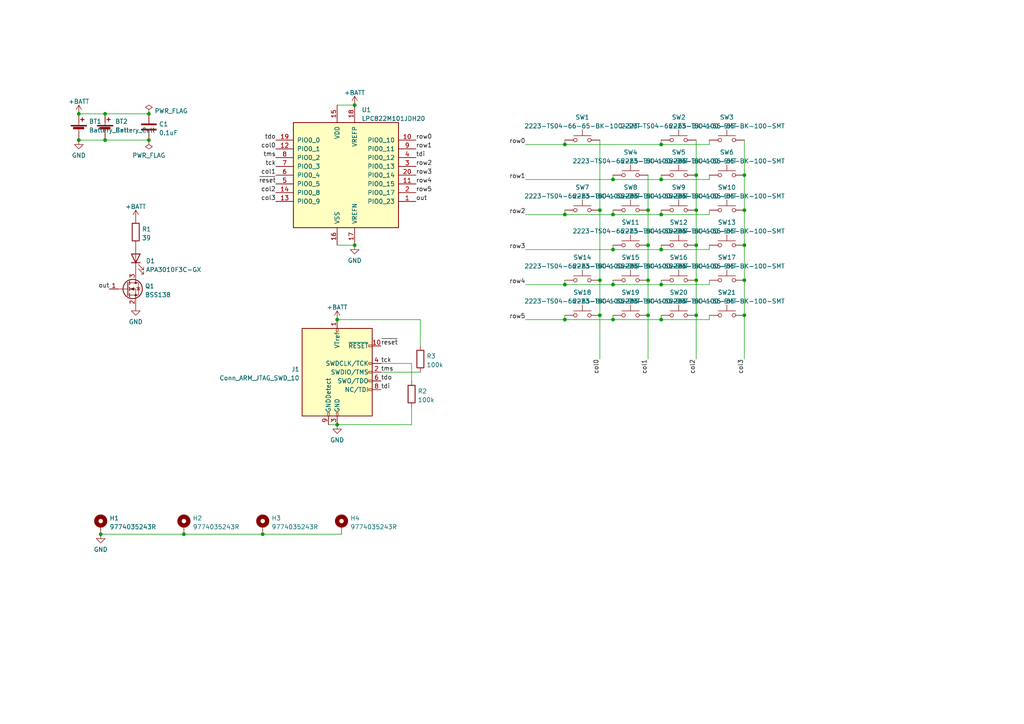
<source format=kicad_sch>
(kicad_sch (version 20211123) (generator eeschema)
  (paper "A4")
  (lib_symbols
    (symbol "Connector:Conn_ARM_JTAG_SWD_10" (pin_names (offset 1.016))
      (property "Reference" "J" (at -2.54 16.51 0))
      (property "Value" "Conn_ARM_JTAG_SWD_10" (at -2.54 13.97 0))
      (symbol "Conn_ARM_JTAG_SWD_10_0_1"
        (rectangle (start -10.16 12.7) (end 10.16 -12.7) (stroke (width 0.254)) (fill (type background)))
        (rectangle (start -2.794 -12.7) (end -2.286 -11.684))
        (rectangle (start -0.254 -12.7) (end 0.254 -11.684))
        (rectangle (start -0.254 12.7) (end 0.254 11.684))
        (rectangle (start 9.144 2.286) (end 10.16 2.794))
        (rectangle (start 10.16 -2.794) (end 9.144 -2.286))
        (rectangle (start 10.16 -0.254) (end 9.144 0.254))
        (rectangle (start 10.16 7.874) (end 9.144 7.366))
      )
      (symbol "Conn_ARM_JTAG_SWD_10_1_1"
        (rectangle (start 9.144 -5.334) (end 10.16 -4.826))
        (pin power_in line (at 0 15.24 270) (length 2.54) (name "VTref") (number "1"))
        (pin open_collector line (at 12.7 7.62 180) (length 2.54) (name "~{RESET}") (number "10"))
        (pin bidirectional line (at 12.7 0 180) (length 2.54) (name "SWDIO/TMS") (number "2"))
        (pin power_in line (at 0 -15.24 90) (length 2.54) (name "GND") (number "3"))
        (pin output line (at 12.7 2.54 180) (length 2.54) (name "SWDCLK/TCK") (number "4"))
        (pin passive line (at 0 -15.24 90) (length 2.54) hide (name "GND") (number "5"))
        (pin input line (at 12.7 -2.54 180) (length 2.54) (name "SWO/TDO") (number "6"))
        (pin no_connect line (at -10.16 0 0) (length 2.54) hide (name "KEY") (number "7"))
        (pin output line (at 12.7 -5.08 180) (length 2.54) (name "NC/TDI") (number "8"))
        (pin passive line (at -2.54 -15.24 90) (length 2.54) (name "GNDDetect") (number "9"))
      )
    )
    (symbol "Device:Battery_Cell" (pin_numbers hide) (pin_names (offset 0) hide)
      (property "Reference" "BT" (at 2.54 2.54 0))
      (property "Value" "Battery_Cell" (at 2.54 0 0))
      (symbol "Battery_Cell_0_1"
        (rectangle (start -2.286 1.778) (end 2.286 1.524) (fill (type outline)))
        (rectangle (start -1.5748 1.1938) (end 1.4732 0.6858) (fill (type outline)))
        (polyline (pts (xy 0 0.762) (xy 0 0)))
        (polyline (pts (xy 0 1.778) (xy 0 2.54)))
        (polyline (pts (xy 0.508 3.429) (xy 1.524 3.429)) (stroke (width 0.254)))
        (polyline (pts (xy 1.016 3.937) (xy 1.016 2.921)) (stroke (width 0.254)))
      )
      (symbol "Battery_Cell_1_1"
        (pin passive line (at 0 5.08 270) (length 2.54) (name "+") (number "1"))
        (pin passive line (at 0 -2.54 90) (length 2.54) (name "-") (number "2"))
      )
    )
    (symbol "Device:C" (pin_numbers hide) (pin_names (offset 0.254))
      (property "Reference" "C" (at 0.635 2.54 0))
      (property "Value" "C" (at 0.635 -2.54 0))
      (symbol "C_0_1"
        (polyline (pts (xy -2.032 -0.762) (xy 2.032 -0.762)) (stroke (width 0.508)))
        (polyline (pts (xy -2.032 0.762) (xy 2.032 0.762)) (stroke (width 0.508)))
      )
      (symbol "C_1_1"
        (pin passive line (at 0 3.81 270) (length 2.794) (name "~") (number "1"))
        (pin passive line (at 0 -3.81 90) (length 2.794) (name "~") (number "2"))
      )
    )
    (symbol "Device:LED" (pin_numbers hide) (pin_names (offset 1.016) hide)
      (property "Reference" "D" (at 0 2.54 0))
      (property "Value" "LED" (at 0 -2.54 0))
      (symbol "LED_0_1"
        (polyline (pts (xy -1.27 -1.27) (xy -1.27 1.27)) (stroke (width 0.254)))
        (polyline (pts (xy -1.27 0) (xy 1.27 0)))
        (polyline (pts (xy 1.27 -1.27) (xy 1.27 1.27) (xy -1.27 0) (xy 1.27 -1.27)) (stroke (width 0.254)))
        (polyline (pts (xy -3.048 -0.762) (xy -4.572 -2.286) (xy -3.81 -2.286) (xy -4.572 -2.286) (xy -4.572 -1.524)))
        (polyline (pts (xy -1.778 -0.762) (xy -3.302 -2.286) (xy -2.54 -2.286) (xy -3.302 -2.286) (xy -3.302 -1.524)))
      )
      (symbol "LED_1_1"
        (pin passive line (at -3.81 0 0) (length 2.54) (name "K") (number "1"))
        (pin passive line (at 3.81 0 180) (length 2.54) (name "A") (number "2"))
      )
    )
    (symbol "Device:R" (pin_numbers hide) (pin_names (offset 0))
      (property "Reference" "R" (at 2.032 0 90))
      (property "Value" "R" (at 0 0 90))
      (symbol "R_0_1"
        (rectangle (start -1.016 -2.54) (end 1.016 2.54) (stroke (width 0.254)))
      )
      (symbol "R_1_1"
        (pin passive line (at 0 3.81 270) (length 1.27) (name "~") (number "1"))
        (pin passive line (at 0 -3.81 90) (length 1.27) (name "~") (number "2"))
      )
    )
    (symbol "MCU_NXP_LPC:LPC822M101JDH20" (pin_names (offset 1.016))
      (property "Reference" "U" (at -11.43 16.51 0))
      (property "Value" "LPC822M101JDH20" (at 21.59 16.51 0))
      (symbol "LPC822M101JDH20_0_1"
        (rectangle (start -15.24 15.24) (end 15.24 -15.24) (stroke (width 0.254)) (fill (type background)))
      )
      (symbol "LPC822M101JDH20_1_1"
        (pin bidirectional line (at 20.32 -7.62 180) (length 5.08) (name "PIO0_23") (number "1"))
        (pin bidirectional line (at 20.32 10.16 180) (length 5.08) (name "PIO0_10") (number "10"))
        (pin bidirectional line (at 20.32 -2.54 180) (length 5.08) (name "PIO0_15") (number "11"))
        (pin bidirectional line (at -20.32 7.62 0) (length 5.08) (name "PIO0_1") (number "12"))
        (pin bidirectional line (at -20.32 -7.62 0) (length 5.08) (name "PIO0_9") (number "13"))
        (pin bidirectional line (at -20.32 -5.08 0) (length 5.08) (name "PIO0_8") (number "14"))
        (pin power_in line (at -2.54 20.32 270) (length 5.08) (name "VDD") (number "15"))
        (pin power_in line (at -2.54 -20.32 90) (length 5.08) (name "VSS") (number "16"))
        (pin power_in line (at 2.54 -20.32 90) (length 5.08) (name "VREFN") (number "17"))
        (pin power_in line (at 2.54 20.32 270) (length 5.08) (name "VREFP") (number "18"))
        (pin bidirectional line (at -20.32 10.16 0) (length 5.08) (name "PIO0_0") (number "19"))
        (pin bidirectional line (at 20.32 -5.08 180) (length 5.08) (name "PIO0_17") (number "2"))
        (pin bidirectional line (at 20.32 0 180) (length 5.08) (name "PIO0_14") (number "20"))
        (pin bidirectional line (at 20.32 2.54 180) (length 5.08) (name "PIO0_13") (number "3"))
        (pin bidirectional line (at 20.32 5.08 180) (length 5.08) (name "PIO0_12") (number "4"))
        (pin bidirectional line (at -20.32 -2.54 0) (length 5.08) (name "PIO0_5") (number "5"))
        (pin bidirectional line (at -20.32 0 0) (length 5.08) (name "PIO0_4") (number "6"))
        (pin bidirectional line (at -20.32 2.54 0) (length 5.08) (name "PIO0_3") (number "7"))
        (pin bidirectional line (at -20.32 5.08 0) (length 5.08) (name "PIO0_2") (number "8"))
        (pin bidirectional line (at 20.32 7.62 180) (length 5.08) (name "PIO0_11") (number "9"))
      )
    )
    (symbol "Mechanical:MountingHole_Pad" (pin_numbers hide) (pin_names (offset 1.016) hide)
      (property "Reference" "H" (at 0 6.35 0))
      (property "Value" "MountingHole_Pad" (at 0 4.445 0))
      (symbol "MountingHole_Pad_0_1"
        (circle (center 0 1.27) (radius 1.27) (stroke (width 1.27)))
      )
      (symbol "MountingHole_Pad_1_1"
        (pin input line (at 0 -2.54 90) (length 2.54) (name "1") (number "1"))
      )
    )
    (symbol "Switch:SW_Push" (pin_numbers hide) (pin_names (offset 1.016) hide)
      (property "Reference" "SW" (at 1.27 2.54 0))
      (property "Value" "SW_Push" (at 0 -1.524 0))
      (symbol "SW_Push_0_1"
        (circle (center -2.032 0) (radius 0.508))
        (polyline (pts (xy 0 1.27) (xy 0 3.048)))
        (polyline (pts (xy 2.54 1.27) (xy -2.54 1.27)))
        (circle (center 2.032 0) (radius 0.508))
        (pin passive line (at -5.08 0 0) (length 2.54) (name "1") (number "1"))
        (pin passive line (at 5.08 0 180) (length 2.54) (name "2") (number "2"))
      )
    )
    (symbol "Transistor_FET:BSS138" (pin_names hide)
      (property "Reference" "Q" (at 5.08 1.905 0))
      (property "Value" "BSS138" (at 5.08 0 0))
      (symbol "BSS138_0_1"
        (polyline (pts (xy 0.254 0) (xy -2.54 0)))
        (polyline (pts (xy 0.254 1.905) (xy 0.254 -1.905)) (stroke (width 0.254)))
        (polyline (pts (xy 0.762 -1.27) (xy 0.762 -2.286)) (stroke (width 0.254)))
        (polyline (pts (xy 0.762 0.508) (xy 0.762 -0.508)) (stroke (width 0.254)))
        (polyline (pts (xy 0.762 2.286) (xy 0.762 1.27)) (stroke (width 0.254)))
        (polyline (pts (xy 2.54 2.54) (xy 2.54 1.778)))
        (polyline (pts (xy 2.54 -2.54) (xy 2.54 0) (xy 0.762 0)))
        (polyline (pts (xy 0.762 -1.778) (xy 3.302 -1.778) (xy 3.302 1.778) (xy 0.762 1.778)))
        (polyline (pts (xy 1.016 0) (xy 2.032 0.381) (xy 2.032 -0.381) (xy 1.016 0)) (fill (type outline)))
        (polyline (pts (xy 2.794 0.508) (xy 2.921 0.381) (xy 3.683 0.381) (xy 3.81 0.254)))
        (polyline (pts (xy 3.302 0.381) (xy 2.921 -0.254) (xy 3.683 -0.254) (xy 3.302 0.381)))
        (circle (center 1.651 0) (radius 2.794) (stroke (width 0.254)))
        (circle (center 2.54 -1.778) (radius 0.254) (fill (type outline)))
        (circle (center 2.54 1.778) (radius 0.254) (fill (type outline)))
      )
      (symbol "BSS138_1_1"
        (pin input line (at -5.08 0 0) (length 2.54) (name "G") (number "1"))
        (pin passive line (at 2.54 -5.08 90) (length 2.54) (name "S") (number "2"))
        (pin passive line (at 2.54 5.08 270) (length 2.54) (name "D") (number "3"))
      )
    )
    (symbol "power:+BATT" (power) (pin_names (offset 0))
      (property "Value" "+BATT" (at 0 3.556 0))
      (symbol "+BATT_0_1"
        (polyline (pts (xy -0.762 1.27) (xy 0 2.54)))
        (polyline (pts (xy 0 0) (xy 0 2.54)))
        (polyline (pts (xy 0 2.54) (xy 0.762 1.27)))
      )
      (symbol "+BATT_1_1"
        (pin power_in line (at 0 0 90) (length 0) hide (name "+BATT") (number "1"))
      )
    )
    (symbol "power:GND" (power) (pin_names (offset 0))
      (property "Value" "GND" (at 0 -3.81 0))
      (symbol "GND_0_1"
        (polyline (pts (xy 0 0) (xy 0 -1.27) (xy 1.27 -1.27) (xy 0 -2.54) (xy -1.27 -1.27) (xy 0 -1.27)))
      )
      (symbol "GND_1_1"
        (pin power_in line (at 0 0 270) (length 0) hide (name "GND") (number "1"))
      )
    )
    (symbol "power:PWR_FLAG" (power) (pin_numbers hide) (pin_names (offset 0) hide)
      (property "Value" "PWR_FLAG" (at 0 3.81 0))
      (symbol "PWR_FLAG_0_0"
        (pin power_out line (at 0 0 90) (length 0) (name "pwr") (number "1"))
      )
      (symbol "PWR_FLAG_0_1"
        (polyline (pts (xy 0 0) (xy 0 1.27) (xy -1.016 1.905) (xy 0 2.54) (xy 1.016 1.905) (xy 0 1.27)))
      )
    )
  )
  (junction (at 215.9 71.12))
  (junction (at 163.83 82.55))
  (junction (at 30.48 33.02))
  (junction (at 191.77 82.55))
  (junction (at 177.8 52.07))
  (junction (at 215.9 81.28))
  (junction (at 191.77 72.39))
  (junction (at 201.93 71.12))
  (junction (at 215.9 50.8))
  (junction (at 187.96 71.12))
  (junction (at 191.77 52.07))
  (junction (at 29.21 154.94))
  (junction (at 177.8 82.55))
  (junction (at 187.96 81.28))
  (junction (at 173.99 81.28))
  (junction (at 177.8 72.39))
  (junction (at 177.8 62.23))
  (junction (at 97.79 92.71))
  (junction (at 102.87 30.48))
  (junction (at 191.77 62.23))
  (junction (at 201.93 91.44))
  (junction (at 191.77 92.71))
  (junction (at 53.34 154.94))
  (junction (at 43.18 40.64))
  (junction (at 22.86 33.02))
  (junction (at 201.93 60.96))
  (junction (at 173.99 60.96))
  (junction (at 177.8 92.71))
  (junction (at 215.9 91.44))
  (junction (at 173.99 91.44))
  (junction (at 187.96 60.96))
  (junction (at 163.83 41.91))
  (junction (at 163.83 62.23))
  (junction (at 191.77 41.91))
  (junction (at 201.93 50.8))
  (junction (at 215.9 60.96))
  (junction (at 76.2 154.94))
  (junction (at 30.48 40.64))
  (junction (at 22.86 40.64))
  (junction (at 43.18 33.02))
  (junction (at 201.93 81.28))
  (junction (at 187.96 91.44))
  (junction (at 97.79 123.19))
  (junction (at 163.83 92.71))
  (junction (at 102.87 71.12))
  (wire (pts (xy 119.38 105.41) (xy 110.49 105.41)))
  (wire (pts (xy 187.96 50.8) (xy 187.96 60.96)))
  (wire (pts (xy 191.77 52.07) (xy 191.77 50.8)))
  (wire (pts (xy 177.8 92.71) (xy 177.8 91.44)))
  (wire (pts (xy 97.79 92.71) (xy 121.92 92.71)))
  (wire (pts (xy 215.9 71.12) (xy 215.9 81.28)))
  (wire (pts (xy 97.79 71.12) (xy 102.87 71.12)))
  (wire (pts (xy 215.9 91.44) (xy 215.9 104.14)))
  (wire (pts (xy 191.77 92.71) (xy 205.74 92.71)))
  (wire (pts (xy 173.99 81.28) (xy 173.99 91.44)))
  (wire (pts (xy 163.83 62.23) (xy 163.83 60.96)))
  (wire (pts (xy 215.9 50.8) (xy 215.9 60.96)))
  (wire (pts (xy 76.2 154.94) (xy 99.06 154.94)))
  (wire (pts (xy 205.74 92.71) (xy 205.74 91.44)))
  (wire (pts (xy 173.99 60.96) (xy 173.99 81.28)))
  (wire (pts (xy 201.93 81.28) (xy 201.93 91.44)))
  (wire (pts (xy 191.77 41.91) (xy 205.74 41.91)))
  (wire (pts (xy 191.77 62.23) (xy 191.77 60.96)))
  (wire (pts (xy 163.83 82.55) (xy 177.8 82.55)))
  (wire (pts (xy 173.99 40.64) (xy 173.99 60.96)))
  (wire (pts (xy 177.8 52.07) (xy 191.77 52.07)))
  (wire (pts (xy 163.83 62.23) (xy 177.8 62.23)))
  (wire (pts (xy 191.77 82.55) (xy 205.74 82.55)))
  (wire (pts (xy 152.4 92.71) (xy 163.83 92.71)))
  (wire (pts (xy 187.96 91.44) (xy 187.96 104.14)))
  (wire (pts (xy 110.49 107.95) (xy 121.92 107.95)))
  (wire (pts (xy 173.99 91.44) (xy 173.99 104.14)))
  (wire (pts (xy 119.38 123.19) (xy 97.79 123.19)))
  (wire (pts (xy 177.8 82.55) (xy 177.8 81.28)))
  (wire (pts (xy 163.83 92.71) (xy 177.8 92.71)))
  (wire (pts (xy 177.8 82.55) (xy 191.77 82.55)))
  (wire (pts (xy 163.83 41.91) (xy 163.83 40.64)))
  (wire (pts (xy 177.8 72.39) (xy 191.77 72.39)))
  (wire (pts (xy 119.38 110.49) (xy 119.38 105.41)))
  (wire (pts (xy 191.77 92.71) (xy 191.77 91.44)))
  (wire (pts (xy 152.4 72.39) (xy 177.8 72.39)))
  (wire (pts (xy 22.86 40.64) (xy 30.48 40.64)))
  (wire (pts (xy 205.74 41.91) (xy 205.74 40.64)))
  (wire (pts (xy 163.83 92.71) (xy 163.83 91.44)))
  (wire (pts (xy 95.25 123.19) (xy 97.79 123.19)))
  (wire (pts (xy 97.79 30.48) (xy 102.87 30.48)))
  (wire (pts (xy 205.74 52.07) (xy 205.74 50.8)))
  (wire (pts (xy 191.77 72.39) (xy 205.74 72.39)))
  (wire (pts (xy 191.77 82.55) (xy 191.77 81.28)))
  (wire (pts (xy 177.8 92.71) (xy 191.77 92.71)))
  (wire (pts (xy 53.34 154.94) (xy 76.2 154.94)))
  (wire (pts (xy 22.86 33.02) (xy 30.48 33.02)))
  (wire (pts (xy 177.8 62.23) (xy 191.77 62.23)))
  (wire (pts (xy 205.74 82.55) (xy 205.74 81.28)))
  (wire (pts (xy 201.93 71.12) (xy 201.93 81.28)))
  (wire (pts (xy 152.4 52.07) (xy 177.8 52.07)))
  (wire (pts (xy 215.9 60.96) (xy 215.9 71.12)))
  (wire (pts (xy 152.4 62.23) (xy 163.83 62.23)))
  (wire (pts (xy 205.74 62.23) (xy 205.74 60.96)))
  (wire (pts (xy 205.74 72.39) (xy 205.74 71.12)))
  (wire (pts (xy 215.9 81.28) (xy 215.9 91.44)))
  (wire (pts (xy 191.77 41.91) (xy 191.77 40.64)))
  (wire (pts (xy 177.8 62.23) (xy 177.8 60.96)))
  (wire (pts (xy 191.77 62.23) (xy 205.74 62.23)))
  (wire (pts (xy 30.48 33.02) (xy 43.18 33.02)))
  (wire (pts (xy 152.4 82.55) (xy 163.83 82.55)))
  (wire (pts (xy 177.8 72.39) (xy 177.8 71.12)))
  (wire (pts (xy 187.96 71.12) (xy 187.96 81.28)))
  (wire (pts (xy 187.96 81.28) (xy 187.96 91.44)))
  (wire (pts (xy 30.48 40.64) (xy 43.18 40.64)))
  (wire (pts (xy 119.38 118.11) (xy 119.38 123.19)))
  (wire (pts (xy 215.9 40.64) (xy 215.9 50.8)))
  (wire (pts (xy 29.21 154.94) (xy 53.34 154.94)))
  (wire (pts (xy 201.93 50.8) (xy 201.93 60.96)))
  (wire (pts (xy 201.93 91.44) (xy 201.93 104.14)))
  (wire (pts (xy 191.77 72.39) (xy 191.77 71.12)))
  (wire (pts (xy 201.93 40.64) (xy 201.93 50.8)))
  (wire (pts (xy 121.92 92.71) (xy 121.92 100.33)))
  (wire (pts (xy 201.93 60.96) (xy 201.93 71.12)))
  (wire (pts (xy 163.83 82.55) (xy 163.83 81.28)))
  (wire (pts (xy 187.96 60.96) (xy 187.96 71.12)))
  (wire (pts (xy 177.8 52.07) (xy 177.8 50.8)))
  (wire (pts (xy 163.83 41.91) (xy 191.77 41.91)))
  (wire (pts (xy 191.77 52.07) (xy 205.74 52.07)))
  (wire (pts (xy 152.4 41.91) (xy 163.83 41.91)))
  (label "row4" (at 120.65 53.34 0))
  (label "row4" (at 152.4 82.55 180))
  (label "row5" (at 120.65 55.88 0))
  (label "col3" (at 80.01 58.42 180))
  (label "row3" (at 152.4 72.39 180))
  (label "tdo" (at 80.01 40.64 180))
  (label "row1" (at 120.65 43.18 0))
  (label "~{reset}" (at 80.01 53.34 180))
  (label "out" (at 31.75 83.82 180))
  (label "row2" (at 120.65 48.26 0))
  (label "col1" (at 187.96 104.14 270))
  (label "row3" (at 120.65 50.8 0))
  (label "tdi" (at 120.65 45.72 0))
  (label "col2" (at 80.01 55.88 180))
  (label "col3" (at 215.9 104.14 270))
  (label "col0" (at 80.01 43.18 180))
  (label "tck" (at 80.01 48.26 180))
  (label "col1" (at 80.01 50.8 180))
  (label "tck" (at 110.49 105.41 0))
  (label "tms" (at 110.49 107.95 0))
  (label "row2" (at 152.4 62.23 180))
  (label "col0" (at 173.99 104.14 270))
  (label "out" (at 120.65 58.42 0))
  (label "tdi" (at 110.49 113.03 0))
  (label "tms" (at 80.01 45.72 180))
  (label "row5" (at 152.4 92.71 180))
  (label "row0" (at 152.4 41.91 180))
  (label "~{reset}" (at 110.49 100.33 0))
  (label "tdo" (at 110.49 110.49 0))
  (label "row1" (at 152.4 52.07 180))
  (label "row0" (at 120.65 40.64 0))
  (label "col2" (at 201.93 104.14 270))
  (symbol (lib_id "Switch:SW_Push") (at 182.88 60.96 0) (unit 1)
    (property "Reference" "SW8" (at 182.88 54.3392 0))
    (property "Value" "2223-TS04-66-65-BK-100-SMT" (at 182.88 56.8761 0))
    (property "Footprint" "Button_Switch_SMD:SW_SPST_PTS645" (effects hide))
    (property "Digikey" "2223-TS04-66-65-BK-100-SMT-ND" (effects hide))
    (property "MPN" "TS04-66-65-BK-100-SMT" (effects hide))
  )
  (symbol (lib_id "Transistor_FET:BSS138") (at 36.83 83.82 0) (unit 1)
    (property "Reference" "Q1" (at 42.037 82.9853 0) (effects (justify left)))
    (property "Value" "BSS138" (at 42.037 85.5222 0) (effects (justify left)))
    (property "Footprint" "Package_TO_SOT_SMD:SOT-23" (effects hide))
    (property "Datasheet" "https://www.onsemi.com/pub/Collateral/BSS138-D.PDF" (effects hide))
    (property "MPN" "DMN2056U-7" (effects hide))
  )
  (symbol (lib_id "Mechanical:MountingHole_Pad") (at 76.2 152.4 0) (unit 1)
    (property "Reference" "H3" (at 78.74 150.2953 0) (effects (justify left)))
    (property "Value" "9774035243R" (at 78.74 152.8322 0) (effects (justify left)))
    (property "Footprint" "td-remote:WA-SMST-M2" (effects hide))
    (property "MPN" " 9774040243R" (effects hide))
  )
  (symbol (lib_id "power:+BATT") (at 102.87 30.48 0) (unit 1)
    (property "Reference" "#PWR01" (effects hide))
    (property "Value" "+BATT" (at 102.87 26.9042 0))
  )
  (symbol (lib_id "Switch:SW_Push") (at 196.85 60.96 0) (unit 1)
    (property "Reference" "SW9" (at 196.85 54.3392 0))
    (property "Value" "2223-TS04-66-65-BK-100-SMT" (at 196.85 56.8761 0))
    (property "Footprint" "Button_Switch_SMD:SW_SPST_PTS645" (effects hide))
    (property "Digikey" "2223-TS04-66-65-BK-100-SMT-ND" (effects hide))
    (property "MPN" "TS04-66-65-BK-100-SMT" (effects hide))
  )
  (symbol (lib_id "Switch:SW_Push") (at 182.88 71.12 0) (unit 1)
    (property "Reference" "SW11" (at 182.88 64.4992 0))
    (property "Value" "2223-TS04-66-65-BK-100-SMT" (at 182.88 67.0361 0))
    (property "Footprint" "Button_Switch_SMD:SW_SPST_PTS645" (effects hide))
    (property "Digikey" "2223-TS04-66-65-BK-100-SMT-ND" (effects hide))
    (property "MPN" "TS04-66-65-BK-100-SMT" (effects hide))
  )
  (symbol (lib_id "Switch:SW_Push") (at 196.85 71.12 0) (unit 1)
    (property "Reference" "SW12" (at 196.85 64.4992 0))
    (property "Value" "2223-TS04-66-65-BK-100-SMT" (at 196.85 67.0361 0))
    (property "Footprint" "Button_Switch_SMD:SW_SPST_PTS645" (effects hide))
    (property "Digikey" "2223-TS04-66-65-BK-100-SMT-ND" (effects hide))
    (property "MPN" "TS04-66-65-BK-100-SMT" (effects hide))
  )
  (symbol (lib_id "Mechanical:MountingHole_Pad") (at 29.21 152.4 0) (unit 1)
    (property "Reference" "H1" (at 31.75 150.2953 0) (effects (justify left)))
    (property "Value" "9774035243R" (at 31.75 152.8322 0) (effects (justify left)))
    (property "Footprint" "td-remote:WA-SMST-M2" (effects hide))
    (property "MPN" " 9774040243R" (effects hide))
  )
  (symbol (lib_id "power:GND") (at 97.79 123.19 0) (unit 1)
    (property "Reference" "#PWR0101" (effects hide))
    (property "Value" "GND" (at 97.79 127.6334 0))
  )
  (symbol (lib_id "Switch:SW_Push") (at 182.88 50.8 0) (unit 1)
    (property "Reference" "SW4" (at 182.88 44.1792 0))
    (property "Value" "2223-TS04-66-65-BK-100-SMT" (at 182.88 46.7161 0))
    (property "Footprint" "Button_Switch_SMD:SW_SPST_PTS645" (effects hide))
    (property "Digikey" "2223-TS04-66-65-BK-100-SMT-ND" (effects hide))
    (property "MPN" "TS04-66-65-BK-100-SMT" (effects hide))
  )
  (symbol (lib_id "Switch:SW_Push") (at 168.91 81.28 0) (unit 1)
    (property "Reference" "SW14" (at 168.91 74.6592 0))
    (property "Value" "2223-TS04-66-65-BK-100-SMT" (at 168.91 77.1961 0))
    (property "Footprint" "Button_Switch_SMD:SW_SPST_PTS645" (effects hide))
    (property "Digikey" "2223-TS04-66-65-BK-100-SMT-ND" (effects hide))
    (property "MPN" "TS04-66-65-BK-100-SMT" (effects hide))
  )
  (symbol (lib_id "Device:LED") (at 39.37 74.93 90) (unit 1)
    (property "Reference" "D1" (at 42.291 75.6828 90) (effects (justify right)))
    (property "Value" "APA3010F3C-GX" (at 42.291 78.2197 90) (effects (justify right)))
    (property "Footprint" "LED_SMD:LED_Kingbright_APFA3010_3x1.5mm_Horizontal" (effects hide))
    (property "Digikey" "754-1578-1-ND" (effects hide))
    (property "MPN" "APA3010F3C-GX" (effects hide))
  )
  (symbol (lib_id "Switch:SW_Push") (at 210.82 50.8 0) (unit 1)
    (property "Reference" "SW6" (at 210.82 44.1792 0))
    (property "Value" "2223-TS04-66-65-BK-100-SMT" (at 210.82 46.7161 0))
    (property "Footprint" "Button_Switch_SMD:SW_SPST_PTS645" (effects hide))
    (property "Digikey" "2223-TS04-66-65-BK-100-SMT-ND" (effects hide))
    (property "MPN" "TS04-66-65-BK-100-SMT" (effects hide))
  )
  (symbol (lib_id "Switch:SW_Push") (at 182.88 81.28 0) (unit 1)
    (property "Reference" "SW15" (at 182.88 74.6592 0))
    (property "Value" "2223-TS04-66-65-BK-100-SMT" (at 182.88 77.1961 0))
    (property "Footprint" "Button_Switch_SMD:SW_SPST_PTS645" (effects hide))
    (property "Digikey" "2223-TS04-66-65-BK-100-SMT-ND" (effects hide))
    (property "MPN" "TS04-66-65-BK-100-SMT" (effects hide))
  )
  (symbol (lib_id "Switch:SW_Push") (at 210.82 40.64 0) (unit 1)
    (property "Reference" "SW3" (at 210.82 34.0192 0))
    (property "Value" "2223-TS04-66-65-BK-100-SMT" (at 210.82 36.5561 0))
    (property "Footprint" "Button_Switch_SMD:SW_SPST_PTS645" (effects hide))
    (property "Digikey" "2223-TS04-66-65-BK-100-SMT-ND" (effects hide))
    (property "MPN" "TS04-66-65-BK-100-SMT" (effects hide))
  )
  (symbol (lib_id "MCU_NXP_LPC:LPC822M101JDH20") (at 100.33 50.8 0) (unit 1)
    (property "Reference" "U1" (at 104.8894 31.8602 0) (effects (justify left)))
    (property "Value" "LPC822M101JDH20" (at 104.8894 34.3971 0) (effects (justify left)))
    (property "Footprint" "Package_SO:TSSOP-20_4.4x6.5mm_P0.65mm" (effects hide))
    (property "Datasheet" "http://www.nxp.com/documents/data_sheet/LPC82X.pdf" (effects hide))
    (property "MPN" "LPC822M101JDH20" (effects hide))
  )
  (symbol (lib_id "power:GND") (at 29.21 154.94 0) (unit 1)
    (property "Reference" "#PWR07" (effects hide))
    (property "Value" "GND" (at 29.21 159.3834 0))
  )
  (symbol (lib_id "Device:C") (at 43.18 36.83 0) (unit 1)
    (property "Reference" "C1" (at 46.101 35.9953 0) (effects (justify left)))
    (property "Value" "0.1uF" (at 46.101 38.5322 0) (effects (justify left)))
    (property "Footprint" "Capacitor_SMD:C_0805_2012Metric" (effects hide))
    (property "MPN" "CC0805KRX7R9BB104" (effects hide))
  )
  (symbol (lib_id "Switch:SW_Push") (at 182.88 91.44 0) (unit 1)
    (property "Reference" "SW19" (at 182.88 84.8192 0))
    (property "Value" "2223-TS04-66-65-BK-100-SMT" (at 182.88 87.3561 0))
    (property "Footprint" "Button_Switch_SMD:SW_SPST_PTS645" (effects hide))
    (property "Digikey" "2223-TS04-66-65-BK-100-SMT-ND" (effects hide))
    (property "MPN" "TS04-66-65-BK-100-SMT" (effects hide))
  )
  (symbol (lib_id "Switch:SW_Push") (at 168.91 40.64 0) (unit 1)
    (property "Reference" "SW1" (at 168.91 34.0192 0))
    (property "Value" "2223-TS04-66-65-BK-100-SMT" (at 168.91 36.5561 0))
    (property "Footprint" "Button_Switch_SMD:SW_SPST_PTS645" (effects hide))
    (property "Digikey" "2223-TS04-66-65-BK-100-SMT-ND" (effects hide))
    (property "MPN" "TS04-66-65-BK-100-SMT" (effects hide))
  )
  (symbol (lib_id "power:GND") (at 102.87 71.12 0) (unit 1)
    (property "Reference" "#PWR05" (effects hide))
    (property "Value" "GND" (at 102.87 75.5634 0))
  )
  (symbol (lib_id "Connector:Conn_ARM_JTAG_SWD_10") (at 97.79 107.95 0) (unit 1)
    (property "Reference" "J1" (at 86.868 107.1153 0) (effects (justify right)))
    (property "Value" "Conn_ARM_JTAG_SWD_10" (at 86.868 109.6522 0) (effects (justify right)))
    (property "Footprint" "td-remote:20021122-00010T4LF" (effects hide))
    (property "Datasheet" "http://infocenter.arm.com/help/topic/com.arm.doc.ddi0314h/DDI0314H_coresight_components_trm.pdf" (effects hide))
    (property "MPN" " 20021122-00010T4LF " (effects hide))
  )
  (symbol (lib_id "Switch:SW_Push") (at 210.82 81.28 0) (unit 1)
    (property "Reference" "SW17" (at 210.82 74.6592 0))
    (property "Value" "2223-TS04-66-65-BK-100-SMT" (at 210.82 77.1961 0))
    (property "Footprint" "Button_Switch_SMD:SW_SPST_PTS645" (effects hide))
    (property "Digikey" "2223-TS04-66-65-BK-100-SMT-ND" (effects hide))
    (property "MPN" "TS04-66-65-BK-100-SMT" (effects hide))
  )
  (symbol (lib_id "Switch:SW_Push") (at 210.82 60.96 0) (unit 1)
    (property "Reference" "SW10" (at 210.82 54.3392 0))
    (property "Value" "2223-TS04-66-65-BK-100-SMT" (at 210.82 56.8761 0))
    (property "Footprint" "Button_Switch_SMD:SW_SPST_PTS645" (effects hide))
    (property "Digikey" "2223-TS04-66-65-BK-100-SMT-ND" (effects hide))
    (property "MPN" "TS04-66-65-BK-100-SMT" (effects hide))
  )
  (symbol (lib_id "Mechanical:MountingHole_Pad") (at 99.06 152.4 0) (unit 1)
    (property "Reference" "H4" (at 101.6 150.2953 0) (effects (justify left)))
    (property "Value" "9774035243R" (at 101.6 152.8322 0) (effects (justify left)))
    (property "Footprint" "td-remote:WA-SMST-M2" (effects hide))
    (property "MPN" " 9774040243R" (effects hide))
  )
  (symbol (lib_id "Device:R") (at 119.38 114.3 0) (unit 1)
    (property "Reference" "R2" (at 121.158 113.4653 0) (effects (justify left)))
    (property "Value" "100k" (at 121.158 116.0022 0) (effects (justify left)))
    (property "Footprint" "Resistor_SMD:R_0805_2012Metric" (effects hide))
    (property "MPN" "RC0805FR-07100KL" (effects hide))
  )
  (symbol (lib_id "power:PWR_FLAG") (at 43.18 40.64 180) (unit 1)
    (property "Reference" "#FLG0101" (effects hide))
    (property "Value" "PWR_FLAG" (at 43.18 45.0834 0))
  )
  (symbol (lib_id "Device:R") (at 39.37 67.31 180) (unit 1)
    (property "Reference" "R1" (at 41.148 66.4753 0) (effects (justify right)))
    (property "Value" "39" (at 41.148 69.0122 0) (effects (justify right)))
    (property "Footprint" "Resistor_SMD:R_0805_2012Metric" (effects hide))
    (property "MPN" "RC0805FR-0739RL" (effects hide))
  )
  (symbol (lib_id "power:GND") (at 39.37 88.9 0) (unit 1)
    (property "Reference" "#PWR06" (effects hide))
    (property "Value" "GND" (at 39.37 93.3434 0))
  )
  (symbol (lib_id "power:+BATT") (at 22.86 33.02 0) (unit 1)
    (property "Reference" "#PWR02" (effects hide))
    (property "Value" "+BATT" (at 22.86 29.4442 0))
  )
  (symbol (lib_id "Switch:SW_Push") (at 196.85 81.28 0) (unit 1)
    (property "Reference" "SW16" (at 196.85 74.6592 0))
    (property "Value" "2223-TS04-66-65-BK-100-SMT" (at 196.85 77.1961 0))
    (property "Footprint" "Button_Switch_SMD:SW_SPST_PTS645" (effects hide))
    (property "Digikey" "2223-TS04-66-65-BK-100-SMT-ND" (effects hide))
    (property "MPN" "TS04-66-65-BK-100-SMT" (effects hide))
  )
  (symbol (lib_id "Switch:SW_Push") (at 210.82 71.12 0) (unit 1)
    (property "Reference" "SW13" (at 210.82 64.4992 0))
    (property "Value" "2223-TS04-66-65-BK-100-SMT" (at 210.82 67.0361 0))
    (property "Footprint" "Button_Switch_SMD:SW_SPST_PTS645" (effects hide))
    (property "Digikey" "2223-TS04-66-65-BK-100-SMT-ND" (effects hide))
    (property "MPN" "TS04-66-65-BK-100-SMT" (effects hide))
  )
  (symbol (lib_id "Switch:SW_Push") (at 196.85 50.8 0) (unit 1)
    (property "Reference" "SW5" (at 196.85 44.1792 0))
    (property "Value" "2223-TS04-66-65-BK-100-SMT" (at 196.85 46.7161 0))
    (property "Footprint" "Button_Switch_SMD:SW_SPST_PTS645" (effects hide))
    (property "Digikey" "2223-TS04-66-65-BK-100-SMT-ND" (effects hide))
    (property "MPN" "TS04-66-65-BK-100-SMT" (effects hide))
  )
  (symbol (lib_id "power:GND") (at 22.86 40.64 0) (unit 1)
    (property "Reference" "#PWR03" (effects hide))
    (property "Value" "GND" (at 22.86 45.0834 0))
  )
  (symbol (lib_id "Switch:SW_Push") (at 210.82 91.44 0) (unit 1)
    (property "Reference" "SW21" (at 210.82 84.8192 0))
    (property "Value" "2223-TS04-66-65-BK-100-SMT" (at 210.82 87.3561 0))
    (property "Footprint" "Button_Switch_SMD:SW_SPST_PTS645" (effects hide))
    (property "Digikey" "2223-TS04-66-65-BK-100-SMT-ND" (effects hide))
    (property "MPN" "TS04-66-65-BK-100-SMT" (effects hide))
  )
  (symbol (lib_id "power:+BATT") (at 39.37 63.5 0) (unit 1)
    (property "Reference" "#PWR04" (effects hide))
    (property "Value" "+BATT" (at 39.37 59.9242 0))
  )
  (symbol (lib_id "power:+BATT") (at 97.79 92.71 0) (unit 1)
    (property "Reference" "#PWR0102" (effects hide))
    (property "Value" "+BATT" (at 97.79 89.1342 0))
  )
  (symbol (lib_id "Switch:SW_Push") (at 196.85 91.44 0) (unit 1)
    (property "Reference" "SW20" (at 196.85 84.8192 0))
    (property "Value" "2223-TS04-66-65-BK-100-SMT" (at 196.85 87.3561 0))
    (property "Footprint" "Button_Switch_SMD:SW_SPST_PTS645" (effects hide))
    (property "Digikey" "2223-TS04-66-65-BK-100-SMT-ND" (effects hide))
    (property "MPN" "TS04-66-65-BK-100-SMT" (effects hide))
  )
  (symbol (lib_id "Device:Battery_Cell") (at 22.86 38.1 0) (unit 1)
    (property "Reference" "BT1" (at 25.781 35.2333 0) (effects (justify left)))
    (property "Value" "Battery_Cell" (at 25.781 37.7702 0) (effects (justify left)))
    (property "Footprint" "td-remote:BatteryHolder_Keystone_3002_1x2032_noneg" (effects hide))
    (property "MPN" "3002" (effects hide))
    (property "Digikey" "36-3002-ND" (effects hide))
  )
  (symbol (lib_id "Mechanical:MountingHole_Pad") (at 53.34 152.4 0) (unit 1)
    (property "Reference" "H2" (at 55.88 150.2953 0) (effects (justify left)))
    (property "Value" "9774035243R" (at 55.88 152.8322 0) (effects (justify left)))
    (property "Footprint" "td-remote:WA-SMST-M2" (effects hide))
    (property "MPN" " 9774040243R" (effects hide))
  )
  (symbol (lib_id "Switch:SW_Push") (at 168.91 91.44 0) (unit 1)
    (property "Reference" "SW18" (at 168.91 84.8192 0))
    (property "Value" "2223-TS04-66-65-BK-100-SMT" (at 168.91 87.3561 0))
    (property "Footprint" "Button_Switch_SMD:SW_SPST_PTS645" (effects hide))
    (property "Digikey" "2223-TS04-66-65-BK-100-SMT-ND" (effects hide))
    (property "MPN" "TS04-66-65-BK-100-SMT" (effects hide))
  )
  (symbol (lib_id "Switch:SW_Push") (at 196.85 40.64 0) (unit 1)
    (property "Reference" "SW2" (at 196.85 34.0192 0))
    (property "Value" "2223-TS04-66-65-BK-100-SMT" (at 196.85 36.5561 0))
    (property "Footprint" "Button_Switch_SMD:SW_SPST_PTS645" (effects hide))
    (property "Digikey" "2223-TS04-66-65-BK-100-SMT-ND" (effects hide))
    (property "MPN" "TS04-66-65-BK-100-SMT" (effects hide))
  )
  (symbol (lib_id "Device:Battery_Cell") (at 30.48 38.1 0) (unit 1)
    (property "Reference" "BT2" (at 33.401 35.2333 0) (effects (justify left)))
    (property "Value" "Battery_Cell" (at 33.401 37.7702 0) (effects (justify left)))
    (property "Footprint" "td-remote:BatteryHolder_Keystone_2991TR" (effects hide))
    (property "MPN" "2991TR" (effects hide))
    (property "Digikey" "36-2991CT-ND" (effects hide))
  )
  (symbol (lib_id "Switch:SW_Push") (at 168.91 60.96 0) (unit 1)
    (property "Reference" "SW7" (at 168.91 54.3392 0))
    (property "Value" "2223-TS04-66-65-BK-100-SMT" (at 168.91 56.8761 0))
    (property "Footprint" "Button_Switch_SMD:SW_SPST_PTS645" (effects hide))
    (property "Digikey" "2223-TS04-66-65-BK-100-SMT-ND" (effects hide))
    (property "MPN" "TS04-66-65-BK-100-SMT" (effects hide))
  )
  (symbol (lib_id "Device:R") (at 121.92 104.14 0) (unit 1)
    (property "Reference" "R3" (at 123.698 103.3053 0) (effects (justify left)))
    (property "Value" "100k" (at 123.698 105.8422 0) (effects (justify left)))
    (property "Footprint" "Resistor_SMD:R_0805_2012Metric" (effects hide))
    (property "MPN" "RC0805FR-07100KL" (effects hide))
  )
  (symbol (lib_id "power:PWR_FLAG") (at 43.18 33.02 0) (unit 1)
    (property "Reference" "#FLG0102" (effects hide))
    (property "Value" "PWR_FLAG" (at 44.831 32.1838 0) (effects (justify left)))
  )
)
</source>
